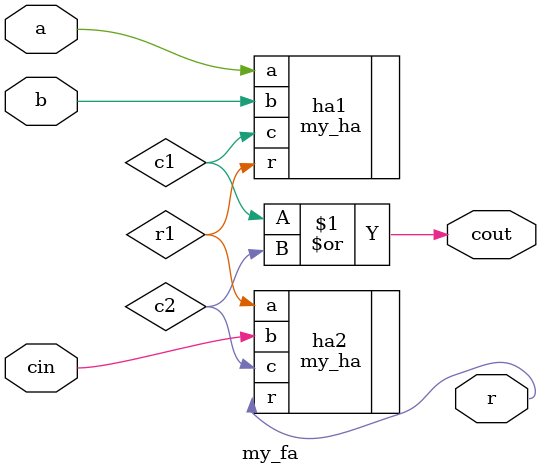
<source format=v>
module my_fa(cin, a, b, r, cout);
input cin, a, b;
output r, cout;
wire r1, c1, c2;

    my_ha ha1(.a(a), .b(b), .r(r1), .c(c1));
    my_ha ha2(.a(r1), .b(cin), .r(r), .c(c2));

    assign cout = c1 | c2;

endmodule

</source>
